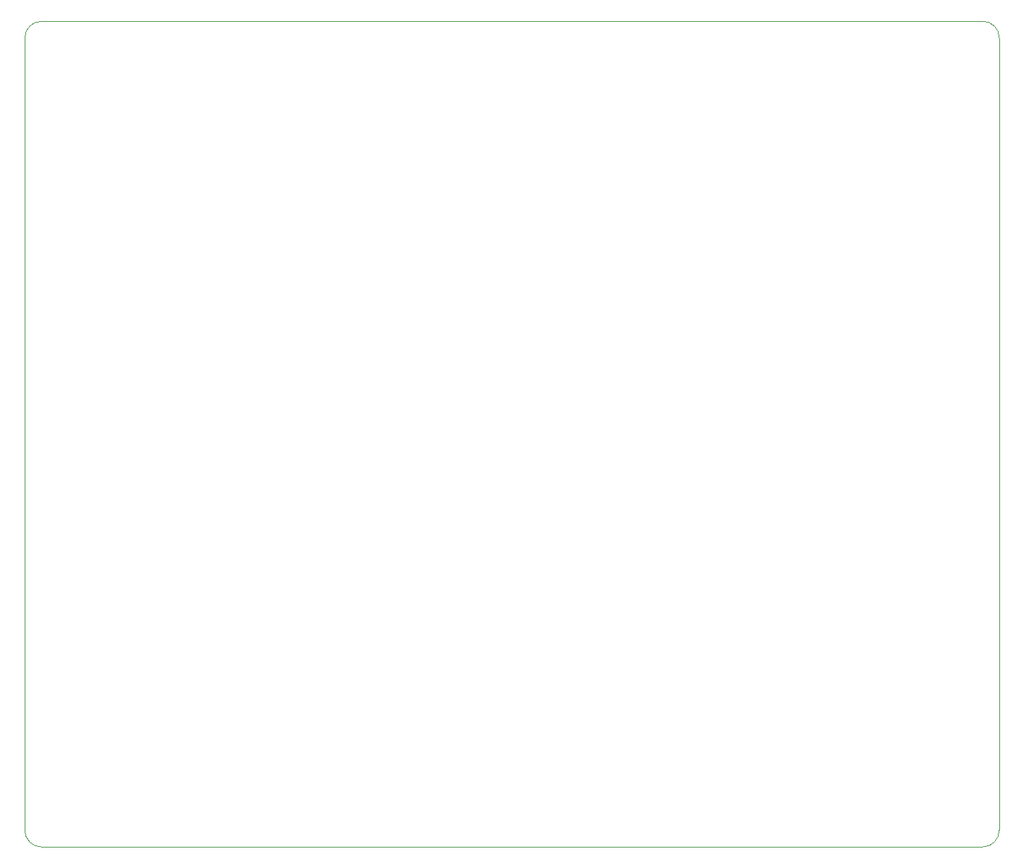
<source format=gm1>
G04 #@! TF.GenerationSoftware,KiCad,Pcbnew,(6.0.11)*
G04 #@! TF.CreationDate,2024-03-31T18:21:24-04:00*
G04 #@! TF.ProjectId,Ultrasonic Sound Steering - Driver Rev. C,556c7472-6173-46f6-9e69-6320536f756e,rev?*
G04 #@! TF.SameCoordinates,Original*
G04 #@! TF.FileFunction,Profile,NP*
%FSLAX46Y46*%
G04 Gerber Fmt 4.6, Leading zero omitted, Abs format (unit mm)*
G04 Created by KiCad (PCBNEW (6.0.11)) date 2024-03-31 18:21:24*
%MOMM*%
%LPD*%
G01*
G04 APERTURE LIST*
G04 #@! TA.AperFunction,Profile*
%ADD10C,0.100000*%
G04 #@! TD*
G04 APERTURE END LIST*
D10*
X312719114Y-47450000D02*
X312714900Y-142595786D01*
X312719100Y-47450000D02*
G75*
G03*
X310719114Y-45450000I-2000000J0D01*
G01*
X195723314Y-142595786D02*
G75*
G03*
X197723328Y-144595786I1999986J-14D01*
G01*
X195723328Y-142595786D02*
X195723328Y-47454213D01*
X197723328Y-45454213D02*
X310719114Y-45450000D01*
X310714900Y-144595786D02*
X197723328Y-144595786D01*
X310714900Y-144595800D02*
G75*
G03*
X312714900Y-142595786I0J2000000D01*
G01*
X197723328Y-45454228D02*
G75*
G03*
X195723328Y-47454213I-28J-1999972D01*
G01*
M02*

</source>
